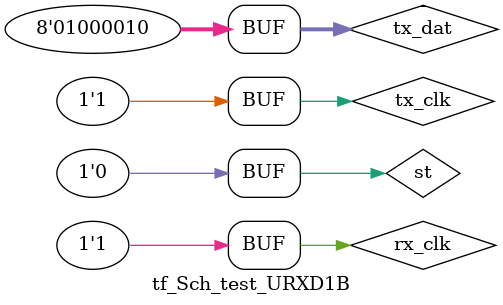
<source format=v>
`timescale 1ns / 1ps


module tf_Sch_test_URXD1B;

	// Inputs
	reg tx_clk;
	reg st;
	reg [7:0] tx_dat;
	reg rx_clk;

	// Outputs
	wire UTXD;
	wire [3:0] cb_bit_tx;
	wire en_rx_byte;
	wire [7:0] sr_dat;
	wire [3:0] cb_bit_rx;
	wire ok_rx_byte;
	wire start_rx;
	wire T_start;
	wire T_dat;
	wire T_stop;
	wire ce_tact;
	wire ce_bit;
	wire URXD;

	// Instantiate the Unit Under Test (UUT)
	Sch_test_URXD1B uut (
		.tx_clk(tx_clk), 
		.UTXD(UTXD), 
		.st(st), 
		.cb_bit_tx(cb_bit_tx), 
		.tx_dat(tx_dat), 
		.en_rx_byte(en_rx_byte), 
		.rx_clk(rx_clk), 
		.sr_dat(sr_dat), 
		.cb_bit_rx(cb_bit_rx), 
		.ok_rx_byte(ok_rx_byte), 
		.start_rx(start_rx), 
		.T_start(T_start), 
		.T_dat(T_dat), 
		.T_stop(T_stop), 
		.ce_tact(ce_tact), 
		.ce_bit(ce_bit), 
		.URXD(URXD)
	);

parameter PTX = 20.0 ;
always begin tx_clk = 1'b0; #(PTX/2); tx_clk = 1'b1; #(PTX/2); end
//parameter PRX = 18.9 ;
//parameter PRX = 21.3 ;
parameter PRX = 20.0;
always begin rx_clk = 1'b0; #(PRX/2); rx_clk = 1'b1; #(PRX/2); end


initial begin
	st = 0 ; tx_dat = 0 ;
	#20000; tx_dat = 8'b01000010;// my tx_dat
	#10000; st = 1; #20; st = 0;
end
      
endmodule


</source>
